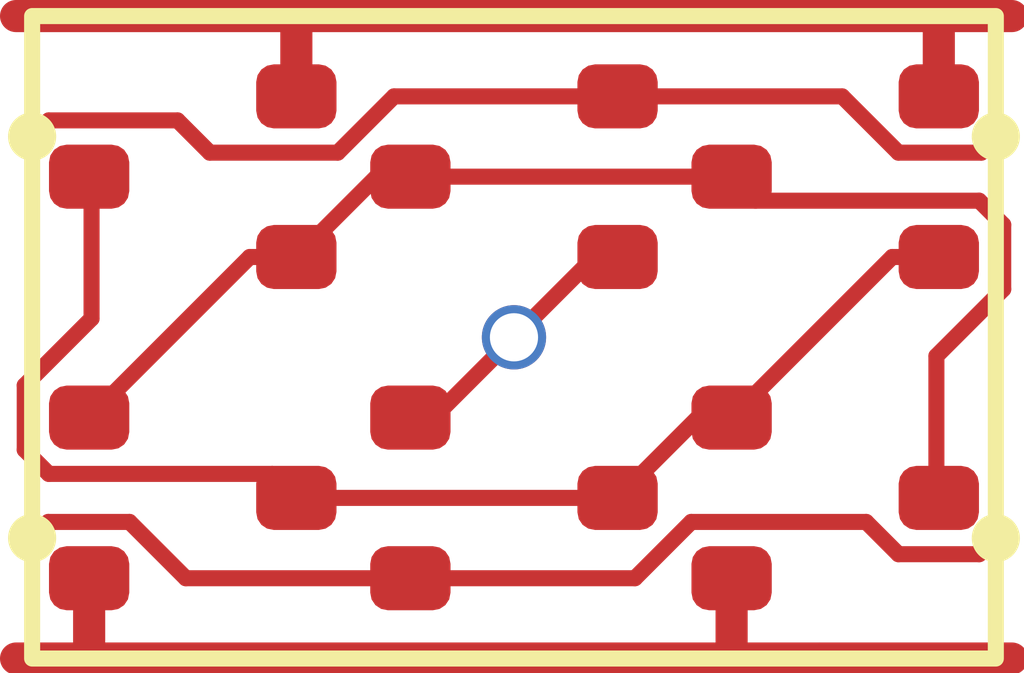
<source format=kicad_pcb>
(kicad_pcb (version 20241229) (generator "pcbnew") (generator_version "9.0")
  (layers (0 "F.Cu" signal) (2 "B.Cu" signal) (13 "F.Paste" user) (15 "B.Paste" user) (5 "F.SilkS" user "F.Silkscreen") (7 "B.SilkS" user "B.Silkscreen") (1 "F.Mask" user) (3 "B.Mask" user) (25 "Edge.Cuts" user))
  (net 0 "")
  (net 1 "GND")
  (net 2 "VDD")
  (net 3 "Q")
  (net 4 "Q_N")
  (net 5 "BL")
  (net 6 "WL")
  (net 7 "BL_B")
  (footprint "RV523:SOT523" (layer "F.Cu") (at 1 1 180)
    (property "Reference" "P1" (hide yes))
    (property "Value" "PMOS" (hide yes))
    (pad "1" smd roundrect (at -0.645 -0.5) (size 0.5 0.399) (layers "F.Cu" "F.Mask" "F.Paste") (roundrect_rratio 0.275) (net 4 "Q_N"))
    (pad "2" smd roundrect (at -0.645 0.5) (size 0.5 0.399) (layers "F.Cu" "F.Mask" "F.Paste") (roundrect_rratio 0.275) (net 2 "VDD"))
    (pad "3" smd roundrect (at 0.645 0) (size 0.5 0.399) (layers "F.Cu" "F.Mask" "F.Paste") (roundrect_rratio 0.275) (net 3 "Q"))
  )
  (footprint "RV523:SOT523" (layer "F.Cu") (at 3 1 180)
    (property "Reference" "N4" (hide yes))
    (property "Value" "NMOS" (hide yes))
    (pad "1" smd roundrect (at -0.645 -0.5) (size 0.5 0.399) (layers "F.Cu" "F.Mask" "F.Paste") (roundrect_rratio 0.275) (net 6 "WL"))
    (pad "2" smd roundrect (at -0.645 0.5) (size 0.5 0.399) (layers "F.Cu" "F.Mask" "F.Paste") (roundrect_rratio 0.275) (net 7 "BL_B"))
    (pad "3" smd roundrect (at 0.645 0) (size 0.5 0.399) (layers "F.Cu" "F.Mask" "F.Paste") (roundrect_rratio 0.275) (net 4 "Q_N"))
  )
  (footprint "RV523:SOT523" (layer "F.Cu") (at 5 1 180)
    (property "Reference" "P2" (hide yes))
    (property "Value" "PMOS" (hide yes))
    (pad "1" smd roundrect (at -0.645 -0.5) (size 0.5 0.399) (layers "F.Cu" "F.Mask" "F.Paste") (roundrect_rratio 0.275) (net 3 "Q"))
    (pad "2" smd roundrect (at -0.645 0.5) (size 0.5 0.399) (layers "F.Cu" "F.Mask" "F.Paste") (roundrect_rratio 0.275) (net 2 "VDD"))
    (pad "3" smd roundrect (at 0.645 0) (size 0.5 0.399) (layers "F.Cu" "F.Mask" "F.Paste") (roundrect_rratio 0.275) (net 4 "Q_N"))
  )
  (footprint "RV523:SOT523" (layer "F.Cu") (at 5 3)
    (property "Reference" "N2" (hide yes))
    (property "Value" "NMOS" (hide yes))
    (pad "1" smd roundrect (at -0.645 -0.5 180) (size 0.5 0.399) (layers "F.Cu" "F.Mask" "F.Paste") (roundrect_rratio 0.275) (net 3 "Q"))
    (pad "2" smd roundrect (at -0.645 0.5 180) (size 0.5 0.399) (layers "F.Cu" "F.Mask" "F.Paste") (roundrect_rratio 0.275) (net 1 "GND"))
    (pad "3" smd roundrect (at 0.645 0 180) (size 0.5 0.399) (layers "F.Cu" "F.Mask" "F.Paste") (roundrect_rratio 0.275) (net 4 "Q_N"))
  )
  (footprint "RV523:SOT523" (layer "F.Cu") (at 3 3)
    (property "Reference" "N3" (hide yes))
    (property "Value" "NMOS" (hide yes))
    (pad "1" smd roundrect (at -0.645 -0.5 180) (size 0.5 0.399) (layers "F.Cu" "F.Mask" "F.Paste") (roundrect_rratio 0.275) (net 6 "WL"))
    (pad "2" smd roundrect (at -0.645 0.5 180) (size 0.5 0.399) (layers "F.Cu" "F.Mask" "F.Paste") (roundrect_rratio 0.275) (net 5 "BL"))
    (pad "3" smd roundrect (at 0.645 0 180) (size 0.5 0.399) (layers "F.Cu" "F.Mask" "F.Paste") (roundrect_rratio 0.275) (net 3 "Q"))
  )
  (footprint "RV523:SOT523" (layer "F.Cu") (at 1 3)
    (property "Reference" "N1" (hide yes))
    (property "Value" "NMOS" (hide yes))
    (pad "1" smd roundrect (at -0.645 -0.5 180) (size 0.5 0.399) (layers "F.Cu" "F.Mask" "F.Paste") (roundrect_rratio 0.275) (net 4 "Q_N"))
    (pad "2" smd roundrect (at -0.645 0.5 180) (size 0.5 0.399) (layers "F.Cu" "F.Mask" "F.Paste") (roundrect_rratio 0.275) (net 1 "GND"))
    (pad "3" smd roundrect (at 0.645 0 180) (size 0.5 0.399) (layers "F.Cu" "F.Mask" "F.Paste") (roundrect_rratio 0.275) (net 3 "Q"))
  )
  (gr_circle (center 0 3.25) (end 0.1 3.25) (stroke (width 0.1)) (fill yes) (layer "F.SilkS"))
  (gr_circle (center 6 3.25) (end 6.1 3.25) (stroke (width 0.1)) (fill yes) (layer "F.SilkS"))
  (gr_circle (center 0 0.75) (end 0.1 0.75) (stroke (width 0.1)) (fill yes) (layer "F.SilkS"))
  (gr_circle (center 6 0.75) (end 6.1 0.75) (stroke (width 0.1)) (fill yes) (layer "F.SilkS"))
  (gr_rect (start 0 0) (end 6 4) (stroke (width 0.1)) (fill no) (layer "F.SilkS"))
  (segment (start 0.355 3.955) (end 0.4 4) (width 0.2) (layer "F.Cu") (net 1))
  (segment (start 4.9 4) (end 6.1 4) (width 0.2) (layer "F.Cu") (net 1))
  (segment (start 0.4 4) (end 4.3 4) (width 0.2) (layer "F.Cu") (net 1))
  (segment (start 4.3 4) (end 4.9 4) (width 0.2) (layer "F.Cu") (net 1))
  (segment (start 4.355 3.5) (end 4.355 3.945) (width 0.2) (layer "F.Cu") (net 1))
  (segment (start 0.4 4) (end -0.1 4) (width 0.2) (layer "F.Cu") (net 1))
  (segment (start 0.355 3.5) (end 0.355 3.955) (width 0.2) (layer "F.Cu") (net 1))
  (segment (start 4.355 3.945) (end 4.3 4) (width 0.2) (layer "F.Cu") (net 1))
  (segment (start 5.645 0.5) (end 5.645 0.055) (width 0.2) (layer "F.Cu") (net 2))
  (segment (start 5.645 0.055) (end 5.7 0) (width 0.2) (layer "F.Cu") (net 2))
  (segment (start 1.7 0) (end 5.7 0) (width 0.2) (layer "F.Cu") (net 2))
  (segment (start 5.7 0) (end 6.1 0) (width 0.2) (layer "F.Cu") (net 2))
  (segment (start 1.645 0.055) (end 1.7 0) (width 0.2) (layer "F.Cu") (net 2))
  (segment (start 1.7 0) (end -0.1 0) (width 0.2) (layer "F.Cu") (net 2))
  (segment (start 1.645 0.5) (end 1.645 0.055) (width 0.2) (layer "F.Cu") (net 2))
  (segment (start 4.355 2.5) (end 4.145 2.5) (width 0.1) (layer "F.Cu") (net 3))
  (segment (start 5.645 1.5) (end 5.355 1.5) (width 0.1) (layer "F.Cu") (net 3))
  (segment (start 0.37 1.883188) (end 0.37 1.015) (width 0.1) (layer "F.Cu") (net 3))
  (segment (start 1.4955 2.8505) (end 0.103688 2.8505) (width 0.1) (layer "F.Cu") (net 3))
  (segment (start 0.37 1.015) (end 0.355 1) (width 0.1) (layer "F.Cu") (net 3))
  (segment (start 0.103688 2.8505) (end -0.046 2.700812) (width 0.1) (layer "F.Cu") (net 3))
  (segment (start 5.355 1.5) (end 4.355 2.5) (width 0.1) (layer "F.Cu") (net 3))
  (segment (start 3.645 3) (end 1.645 3) (width 0.1) (layer "F.Cu") (net 3))
  (segment (start -0.046 2.299188) (end 0.37 1.883188) (width 0.1) (layer "F.Cu") (net 3))
  (segment (start 1.645 3) (end 1.4955 2.8505) (width 0.1) (layer "F.Cu") (net 3))
  (segment (start -0.046 2.700812) (end -0.046 2.299188) (width 0.1) (layer "F.Cu") (net 3))
  (segment (start 4.145 2.5) (end 3.645 3) (width 0.1) (layer "F.Cu") (net 3))
  (segment (start 5.63 2.116812) (end 5.63 2.985) (width 0.1) (layer "F.Cu") (net 4))
  (segment (start 6.046 1.299188) (end 6.046 1.700812) (width 0.1) (layer "F.Cu") (net 4))
  (segment (start 5.896312 1.1495) (end 6.046 1.299188) (width 0.1) (layer "F.Cu") (net 4))
  (segment (start 6.046 1.700812) (end 5.63 2.116812) (width 0.1) (layer "F.Cu") (net 4))
  (segment (start 4.355 1) (end 4.5045 1.1495) (width 0.1) (layer "F.Cu") (net 4))
  (segment (start 4.355 1) (end 2.355 1) (width 0.1) (layer "F.Cu") (net 4))
  (segment (start 5.63 2.985) (end 5.645 3) (width 0.1) (layer "F.Cu") (net 4))
  (segment (start 2.355 1) (end 2.145 1) (width 0.1) (layer "F.Cu") (net 4))
  (segment (start 1.355 1.5) (end 0.355 2.5) (width 0.1) (layer "F.Cu") (net 4))
  (segment (start 2.145 1) (end 1.645 1.5) (width 0.1) (layer "F.Cu") (net 4))
  (segment (start 1.645 1.5) (end 1.355 1.5) (width 0.1) (layer "F.Cu") (net 4))
  (segment (start 4.5045 1.1495) (end 5.896312 1.1495) (width 0.1) (layer "F.Cu") (net 4))
  (segment (start 4.103688 3.1495) (end 5.192688 3.1495) (width 0.1) (layer "F.Cu") (net 5))
  (segment (start 0.606312 3.1495) (end 0.1005 3.1495) (width 0.1) (layer "F.Cu") (net 5))
  (segment (start 5.896312 3.3505) (end 6 3.246812) (width 0.1) (layer "F.Cu") (net 5))
  (segment (start 3.753188 3.5) (end 4.103688 3.1495) (width 0.1) (layer "F.Cu") (net 5))
  (segment (start 5.192688 3.1495) (end 5.393688 3.3505) (width 0.1) (layer "F.Cu") (net 5))
  (segment (start 0.1005 3.1495) (end 0 3.25) (width 0.1) (layer "F.Cu") (net 5))
  (segment (start 2.355 3.5) (end 3.753188 3.5) (width 0.1) (layer "F.Cu") (net 5))
  (segment (start 0.956812 3.5) (end 0.606312 3.1495) (width 0.1) (layer "F.Cu") (net 5))
  (segment (start 5.393688 3.3505) (end 5.896312 3.3505) (width 0.1) (layer "F.Cu") (net 5))
  (segment (start 2.355 3.5) (end 0.956812 3.5) (width 0.1) (layer "F.Cu") (net 5))
  (segment (start 2.355 2.5) (end 2.5 2.5) (width 0.1) (layer "F.Cu") (net 6))
  (segment (start 2.5 2.5) (end 3 2) (width 0.1) (layer "F.Cu") (net 6))
  (segment (start 3.5 1.5) (end 3 2) (width 0.1) (layer "F.Cu") (net 6))
  (segment (start 3.645 1.5) (end 3.5 1.5) (width 0.1) (layer "F.Cu") (net 6))
  (via (at 3 2) (size 0.4) (drill 0.3) (layers "F.Cu" "B.Cu") (net 6))
  (segment (start 5.9095 0.8505) (end 6.01 0.75) (width 0.1) (layer "F.Cu") (net 7))
  (segment (start 2.253188 0.5) (end 1.902688 0.8505) (width 0.1) (layer "F.Cu") (net 7))
  (segment (start 1.106312 0.8505) (end 0.905312 0.6495) (width 0.1) (layer "F.Cu") (net 7))
  (segment (start 0.103688 0.6495) (end 0.006594 0.746594) (width 0.1) (layer "F.Cu") (net 7))
  (segment (start 5.043188 0.5) (end 5.393688 0.8505) (width 0.1) (layer "F.Cu") (net 7))
  (segment (start 3.645 0.5) (end 5.043188 0.5) (width 0.1) (layer "F.Cu") (net 7))
  (segment (start 0.905312 0.6495) (end 0.103688 0.6495) (width 0.1) (layer "F.Cu") (net 7))
  (segment (start 5.393688 0.8505) (end 5.9095 0.8505) (width 0.1) (layer "F.Cu") (net 7))
  (segment (start 1.902688 0.8505) (end 1.106312 0.8505) (width 0.1) (layer "F.Cu") (net 7))
  (segment (start 3.645 0.5) (end 2.253188 0.5) (width 0.1) (layer "F.Cu") (net 7))
)
</source>
